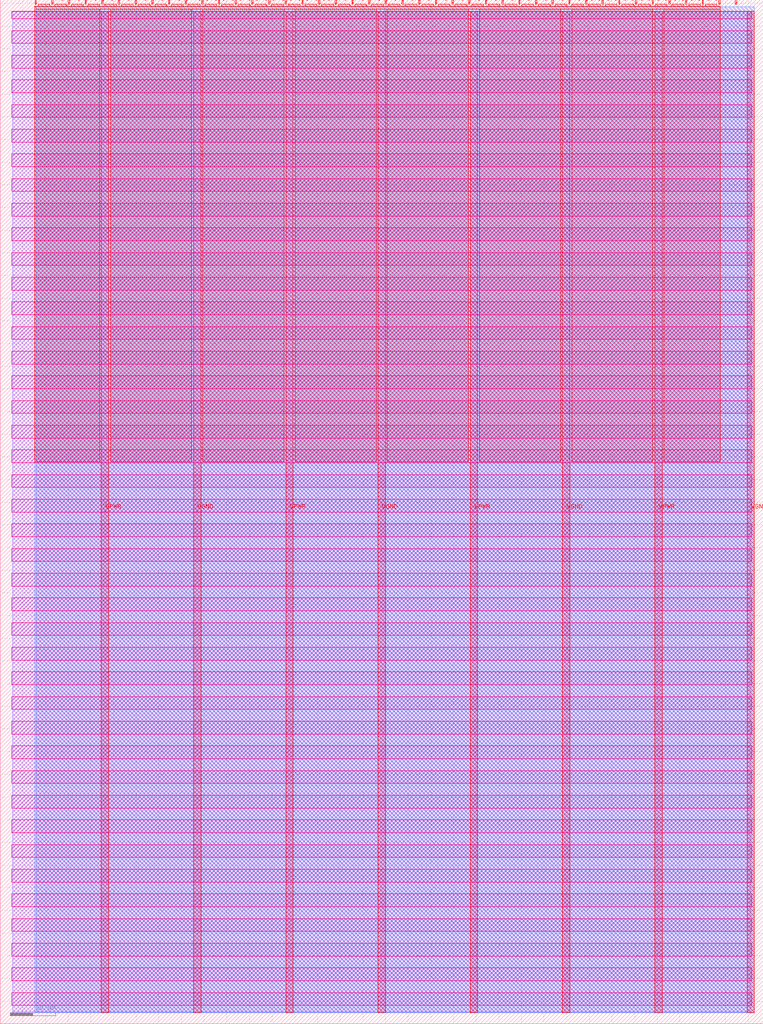
<source format=lef>
VERSION 5.7 ;
  NOWIREEXTENSIONATPIN ON ;
  DIVIDERCHAR "/" ;
  BUSBITCHARS "[]" ;
MACRO tt_um_urish_simon
  CLASS BLOCK ;
  FOREIGN tt_um_urish_simon ;
  ORIGIN 0.000 0.000 ;
  SIZE 168.360 BY 225.760 ;
  PIN VGND
    DIRECTION INOUT ;
    USE GROUND ;
    PORT
      LAYER met4 ;
        RECT 42.670 2.480 44.270 223.280 ;
    END
    PORT
      LAYER met4 ;
        RECT 83.380 2.480 84.980 223.280 ;
    END
    PORT
      LAYER met4 ;
        RECT 124.090 2.480 125.690 223.280 ;
    END
    PORT
      LAYER met4 ;
        RECT 164.800 2.480 166.400 223.280 ;
    END
  END VGND
  PIN VPWR
    DIRECTION INOUT ;
    USE POWER ;
    PORT
      LAYER met4 ;
        RECT 22.315 2.480 23.915 223.280 ;
    END
    PORT
      LAYER met4 ;
        RECT 63.025 2.480 64.625 223.280 ;
    END
    PORT
      LAYER met4 ;
        RECT 103.735 2.480 105.335 223.280 ;
    END
    PORT
      LAYER met4 ;
        RECT 144.445 2.480 146.045 223.280 ;
    END
  END VPWR
  PIN clk
    DIRECTION INPUT ;
    USE SIGNAL ;
    ANTENNAGATEAREA 0.852000 ;
    PORT
      LAYER met4 ;
        RECT 158.550 224.760 158.850 225.760 ;
    END
  END clk
  PIN ena
    DIRECTION INPUT ;
    USE SIGNAL ;
    PORT
      LAYER met4 ;
        RECT 162.230 224.760 162.530 225.760 ;
    END
  END ena
  PIN rst_n
    DIRECTION INPUT ;
    USE SIGNAL ;
    ANTENNAGATEAREA 0.196500 ;
    PORT
      LAYER met4 ;
        RECT 154.870 224.760 155.170 225.760 ;
    END
  END rst_n
  PIN ui_in[0]
    DIRECTION INPUT ;
    USE SIGNAL ;
    ANTENNAGATEAREA 0.196500 ;
    PORT
      LAYER met4 ;
        RECT 151.190 224.760 151.490 225.760 ;
    END
  END ui_in[0]
  PIN ui_in[1]
    DIRECTION INPUT ;
    USE SIGNAL ;
    ANTENNAGATEAREA 0.196500 ;
    PORT
      LAYER met4 ;
        RECT 147.510 224.760 147.810 225.760 ;
    END
  END ui_in[1]
  PIN ui_in[2]
    DIRECTION INPUT ;
    USE SIGNAL ;
    ANTENNAGATEAREA 0.196500 ;
    PORT
      LAYER met4 ;
        RECT 143.830 224.760 144.130 225.760 ;
    END
  END ui_in[2]
  PIN ui_in[3]
    DIRECTION INPUT ;
    USE SIGNAL ;
    ANTENNAGATEAREA 0.196500 ;
    PORT
      LAYER met4 ;
        RECT 140.150 224.760 140.450 225.760 ;
    END
  END ui_in[3]
  PIN ui_in[4]
    DIRECTION INPUT ;
    USE SIGNAL ;
    PORT
      LAYER met4 ;
        RECT 136.470 224.760 136.770 225.760 ;
    END
  END ui_in[4]
  PIN ui_in[5]
    DIRECTION INPUT ;
    USE SIGNAL ;
    PORT
      LAYER met4 ;
        RECT 132.790 224.760 133.090 225.760 ;
    END
  END ui_in[5]
  PIN ui_in[6]
    DIRECTION INPUT ;
    USE SIGNAL ;
    PORT
      LAYER met4 ;
        RECT 129.110 224.760 129.410 225.760 ;
    END
  END ui_in[6]
  PIN ui_in[7]
    DIRECTION INPUT ;
    USE SIGNAL ;
    PORT
      LAYER met4 ;
        RECT 125.430 224.760 125.730 225.760 ;
    END
  END ui_in[7]
  PIN uio_in[0]
    DIRECTION INPUT ;
    USE SIGNAL ;
    PORT
      LAYER met4 ;
        RECT 121.750 224.760 122.050 225.760 ;
    END
  END uio_in[0]
  PIN uio_in[1]
    DIRECTION INPUT ;
    USE SIGNAL ;
    PORT
      LAYER met4 ;
        RECT 118.070 224.760 118.370 225.760 ;
    END
  END uio_in[1]
  PIN uio_in[2]
    DIRECTION INPUT ;
    USE SIGNAL ;
    PORT
      LAYER met4 ;
        RECT 114.390 224.760 114.690 225.760 ;
    END
  END uio_in[2]
  PIN uio_in[3]
    DIRECTION INPUT ;
    USE SIGNAL ;
    PORT
      LAYER met4 ;
        RECT 110.710 224.760 111.010 225.760 ;
    END
  END uio_in[3]
  PIN uio_in[4]
    DIRECTION INPUT ;
    USE SIGNAL ;
    PORT
      LAYER met4 ;
        RECT 107.030 224.760 107.330 225.760 ;
    END
  END uio_in[4]
  PIN uio_in[5]
    DIRECTION INPUT ;
    USE SIGNAL ;
    PORT
      LAYER met4 ;
        RECT 103.350 224.760 103.650 225.760 ;
    END
  END uio_in[5]
  PIN uio_in[6]
    DIRECTION INPUT ;
    USE SIGNAL ;
    PORT
      LAYER met4 ;
        RECT 99.670 224.760 99.970 225.760 ;
    END
  END uio_in[6]
  PIN uio_in[7]
    DIRECTION INPUT ;
    USE SIGNAL ;
    PORT
      LAYER met4 ;
        RECT 95.990 224.760 96.290 225.760 ;
    END
  END uio_in[7]
  PIN uio_oe[0]
    DIRECTION OUTPUT TRISTATE ;
    USE SIGNAL ;
    PORT
      LAYER met4 ;
        RECT 33.430 224.760 33.730 225.760 ;
    END
  END uio_oe[0]
  PIN uio_oe[1]
    DIRECTION OUTPUT TRISTATE ;
    USE SIGNAL ;
    PORT
      LAYER met4 ;
        RECT 29.750 224.760 30.050 225.760 ;
    END
  END uio_oe[1]
  PIN uio_oe[2]
    DIRECTION OUTPUT TRISTATE ;
    USE SIGNAL ;
    PORT
      LAYER met4 ;
        RECT 26.070 224.760 26.370 225.760 ;
    END
  END uio_oe[2]
  PIN uio_oe[3]
    DIRECTION OUTPUT TRISTATE ;
    USE SIGNAL ;
    PORT
      LAYER met4 ;
        RECT 22.390 224.760 22.690 225.760 ;
    END
  END uio_oe[3]
  PIN uio_oe[4]
    DIRECTION OUTPUT TRISTATE ;
    USE SIGNAL ;
    PORT
      LAYER met4 ;
        RECT 18.710 224.760 19.010 225.760 ;
    END
  END uio_oe[4]
  PIN uio_oe[5]
    DIRECTION OUTPUT TRISTATE ;
    USE SIGNAL ;
    PORT
      LAYER met4 ;
        RECT 15.030 224.760 15.330 225.760 ;
    END
  END uio_oe[5]
  PIN uio_oe[6]
    DIRECTION OUTPUT TRISTATE ;
    USE SIGNAL ;
    PORT
      LAYER met4 ;
        RECT 11.350 224.760 11.650 225.760 ;
    END
  END uio_oe[6]
  PIN uio_oe[7]
    DIRECTION OUTPUT TRISTATE ;
    USE SIGNAL ;
    PORT
      LAYER met4 ;
        RECT 7.670 224.760 7.970 225.760 ;
    END
  END uio_oe[7]
  PIN uio_out[0]
    DIRECTION OUTPUT TRISTATE ;
    USE SIGNAL ;
    PORT
      LAYER met4 ;
        RECT 62.870 224.760 63.170 225.760 ;
    END
  END uio_out[0]
  PIN uio_out[1]
    DIRECTION OUTPUT TRISTATE ;
    USE SIGNAL ;
    PORT
      LAYER met4 ;
        RECT 59.190 224.760 59.490 225.760 ;
    END
  END uio_out[1]
  PIN uio_out[2]
    DIRECTION OUTPUT TRISTATE ;
    USE SIGNAL ;
    PORT
      LAYER met4 ;
        RECT 55.510 224.760 55.810 225.760 ;
    END
  END uio_out[2]
  PIN uio_out[3]
    DIRECTION OUTPUT TRISTATE ;
    USE SIGNAL ;
    PORT
      LAYER met4 ;
        RECT 51.830 224.760 52.130 225.760 ;
    END
  END uio_out[3]
  PIN uio_out[4]
    DIRECTION OUTPUT TRISTATE ;
    USE SIGNAL ;
    PORT
      LAYER met4 ;
        RECT 48.150 224.760 48.450 225.760 ;
    END
  END uio_out[4]
  PIN uio_out[5]
    DIRECTION OUTPUT TRISTATE ;
    USE SIGNAL ;
    PORT
      LAYER met4 ;
        RECT 44.470 224.760 44.770 225.760 ;
    END
  END uio_out[5]
  PIN uio_out[6]
    DIRECTION OUTPUT TRISTATE ;
    USE SIGNAL ;
    PORT
      LAYER met4 ;
        RECT 40.790 224.760 41.090 225.760 ;
    END
  END uio_out[6]
  PIN uio_out[7]
    DIRECTION OUTPUT TRISTATE ;
    USE SIGNAL ;
    PORT
      LAYER met4 ;
        RECT 37.110 224.760 37.410 225.760 ;
    END
  END uio_out[7]
  PIN uo_out[0]
    DIRECTION OUTPUT TRISTATE ;
    USE SIGNAL ;
    ANTENNAGATEAREA 0.247500 ;
    ANTENNADIFFAREA 0.445500 ;
    PORT
      LAYER met4 ;
        RECT 92.310 224.760 92.610 225.760 ;
    END
  END uo_out[0]
  PIN uo_out[1]
    DIRECTION OUTPUT TRISTATE ;
    USE SIGNAL ;
    ANTENNAGATEAREA 0.126000 ;
    ANTENNADIFFAREA 0.445500 ;
    PORT
      LAYER met4 ;
        RECT 88.630 224.760 88.930 225.760 ;
    END
  END uo_out[1]
  PIN uo_out[2]
    DIRECTION OUTPUT TRISTATE ;
    USE SIGNAL ;
    ANTENNAGATEAREA 0.126000 ;
    ANTENNADIFFAREA 0.891000 ;
    PORT
      LAYER met4 ;
        RECT 84.950 224.760 85.250 225.760 ;
    END
  END uo_out[2]
  PIN uo_out[3]
    DIRECTION OUTPUT TRISTATE ;
    USE SIGNAL ;
    ANTENNAGATEAREA 0.126000 ;
    ANTENNADIFFAREA 0.445500 ;
    PORT
      LAYER met4 ;
        RECT 81.270 224.760 81.570 225.760 ;
    END
  END uo_out[3]
  PIN uo_out[4]
    DIRECTION OUTPUT TRISTATE ;
    USE SIGNAL ;
    ANTENNADIFFAREA 0.795200 ;
    PORT
      LAYER met4 ;
        RECT 77.590 224.760 77.890 225.760 ;
    END
  END uo_out[4]
  PIN uo_out[5]
    DIRECTION OUTPUT TRISTATE ;
    USE SIGNAL ;
    PORT
      LAYER met4 ;
        RECT 73.910 224.760 74.210 225.760 ;
    END
  END uo_out[5]
  PIN uo_out[6]
    DIRECTION OUTPUT TRISTATE ;
    USE SIGNAL ;
    PORT
      LAYER met4 ;
        RECT 70.230 224.760 70.530 225.760 ;
    END
  END uo_out[6]
  PIN uo_out[7]
    DIRECTION OUTPUT TRISTATE ;
    USE SIGNAL ;
    PORT
      LAYER met4 ;
        RECT 66.550 224.760 66.850 225.760 ;
    END
  END uo_out[7]
  OBS
      LAYER nwell ;
        RECT 2.570 221.625 165.790 223.230 ;
        RECT 2.570 216.185 165.790 219.015 ;
        RECT 2.570 210.745 165.790 213.575 ;
        RECT 2.570 205.305 165.790 208.135 ;
        RECT 2.570 199.865 165.790 202.695 ;
        RECT 2.570 194.425 165.790 197.255 ;
        RECT 2.570 188.985 165.790 191.815 ;
        RECT 2.570 183.545 165.790 186.375 ;
        RECT 2.570 178.105 165.790 180.935 ;
        RECT 2.570 172.665 165.790 175.495 ;
        RECT 2.570 167.225 165.790 170.055 ;
        RECT 2.570 161.785 165.790 164.615 ;
        RECT 2.570 156.345 165.790 159.175 ;
        RECT 2.570 150.905 165.790 153.735 ;
        RECT 2.570 145.465 165.790 148.295 ;
        RECT 2.570 140.025 165.790 142.855 ;
        RECT 2.570 134.585 165.790 137.415 ;
        RECT 2.570 129.145 165.790 131.975 ;
        RECT 2.570 123.705 165.790 126.535 ;
        RECT 2.570 118.265 165.790 121.095 ;
        RECT 2.570 112.825 165.790 115.655 ;
        RECT 2.570 107.385 165.790 110.215 ;
        RECT 2.570 101.945 165.790 104.775 ;
        RECT 2.570 96.505 165.790 99.335 ;
        RECT 2.570 91.065 165.790 93.895 ;
        RECT 2.570 85.625 165.790 88.455 ;
        RECT 2.570 80.185 165.790 83.015 ;
        RECT 2.570 74.745 165.790 77.575 ;
        RECT 2.570 69.305 165.790 72.135 ;
        RECT 2.570 63.865 165.790 66.695 ;
        RECT 2.570 58.425 165.790 61.255 ;
        RECT 2.570 52.985 165.790 55.815 ;
        RECT 2.570 47.545 165.790 50.375 ;
        RECT 2.570 42.105 165.790 44.935 ;
        RECT 2.570 36.665 165.790 39.495 ;
        RECT 2.570 31.225 165.790 34.055 ;
        RECT 2.570 25.785 165.790 28.615 ;
        RECT 2.570 20.345 165.790 23.175 ;
        RECT 2.570 14.905 165.790 17.735 ;
        RECT 2.570 9.465 165.790 12.295 ;
        RECT 2.570 4.025 165.790 6.855 ;
      LAYER li1 ;
        RECT 2.760 2.635 165.600 223.125 ;
      LAYER met1 ;
        RECT 2.760 2.480 166.400 223.280 ;
      LAYER met2 ;
        RECT 7.910 2.535 166.370 224.245 ;
      LAYER met3 ;
        RECT 7.630 2.555 166.390 224.225 ;
      LAYER met4 ;
        RECT 8.370 224.360 10.950 224.760 ;
        RECT 12.050 224.360 14.630 224.760 ;
        RECT 15.730 224.360 18.310 224.760 ;
        RECT 19.410 224.360 21.990 224.760 ;
        RECT 23.090 224.360 25.670 224.760 ;
        RECT 26.770 224.360 29.350 224.760 ;
        RECT 30.450 224.360 33.030 224.760 ;
        RECT 34.130 224.360 36.710 224.760 ;
        RECT 37.810 224.360 40.390 224.760 ;
        RECT 41.490 224.360 44.070 224.760 ;
        RECT 45.170 224.360 47.750 224.760 ;
        RECT 48.850 224.360 51.430 224.760 ;
        RECT 52.530 224.360 55.110 224.760 ;
        RECT 56.210 224.360 58.790 224.760 ;
        RECT 59.890 224.360 62.470 224.760 ;
        RECT 63.570 224.360 66.150 224.760 ;
        RECT 67.250 224.360 69.830 224.760 ;
        RECT 70.930 224.360 73.510 224.760 ;
        RECT 74.610 224.360 77.190 224.760 ;
        RECT 78.290 224.360 80.870 224.760 ;
        RECT 81.970 224.360 84.550 224.760 ;
        RECT 85.650 224.360 88.230 224.760 ;
        RECT 89.330 224.360 91.910 224.760 ;
        RECT 93.010 224.360 95.590 224.760 ;
        RECT 96.690 224.360 99.270 224.760 ;
        RECT 100.370 224.360 102.950 224.760 ;
        RECT 104.050 224.360 106.630 224.760 ;
        RECT 107.730 224.360 110.310 224.760 ;
        RECT 111.410 224.360 113.990 224.760 ;
        RECT 115.090 224.360 117.670 224.760 ;
        RECT 118.770 224.360 121.350 224.760 ;
        RECT 122.450 224.360 125.030 224.760 ;
        RECT 126.130 224.360 128.710 224.760 ;
        RECT 129.810 224.360 132.390 224.760 ;
        RECT 133.490 224.360 136.070 224.760 ;
        RECT 137.170 224.360 139.750 224.760 ;
        RECT 140.850 224.360 143.430 224.760 ;
        RECT 144.530 224.360 147.110 224.760 ;
        RECT 148.210 224.360 150.790 224.760 ;
        RECT 151.890 224.360 154.470 224.760 ;
        RECT 155.570 224.360 158.150 224.760 ;
        RECT 7.655 223.680 158.865 224.360 ;
        RECT 7.655 123.935 21.915 223.680 ;
        RECT 24.315 123.935 42.270 223.680 ;
        RECT 44.670 123.935 62.625 223.680 ;
        RECT 65.025 123.935 82.980 223.680 ;
        RECT 85.380 123.935 103.335 223.680 ;
        RECT 105.735 123.935 123.690 223.680 ;
        RECT 126.090 123.935 144.045 223.680 ;
        RECT 146.445 123.935 158.865 223.680 ;
  END
END tt_um_urish_simon
END LIBRARY


</source>
